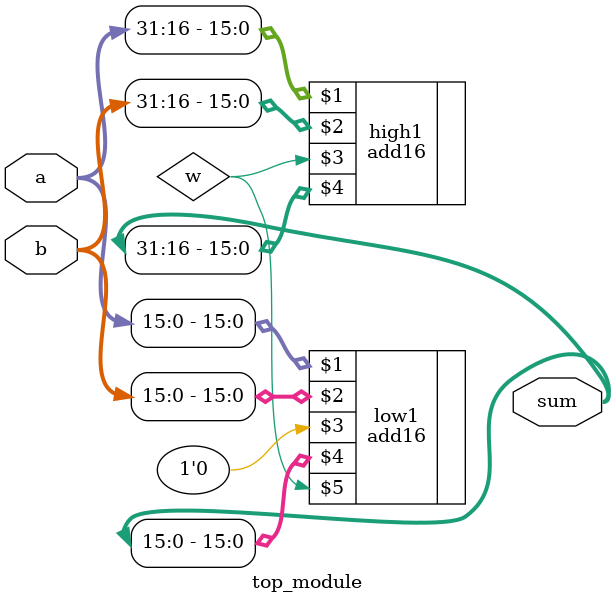
<source format=v>
module top_module(
    input [31:0] a,
    input [31:0] b,
    output [31:0] sum
);

    wire w;
    
    add16 low1 (a[15:0], b[15:0], 1'b0, sum[15:0], w);
    add16 high1 (a[31:16], b[31:16], w, sum[31:16]);
    
endmodule

</source>
